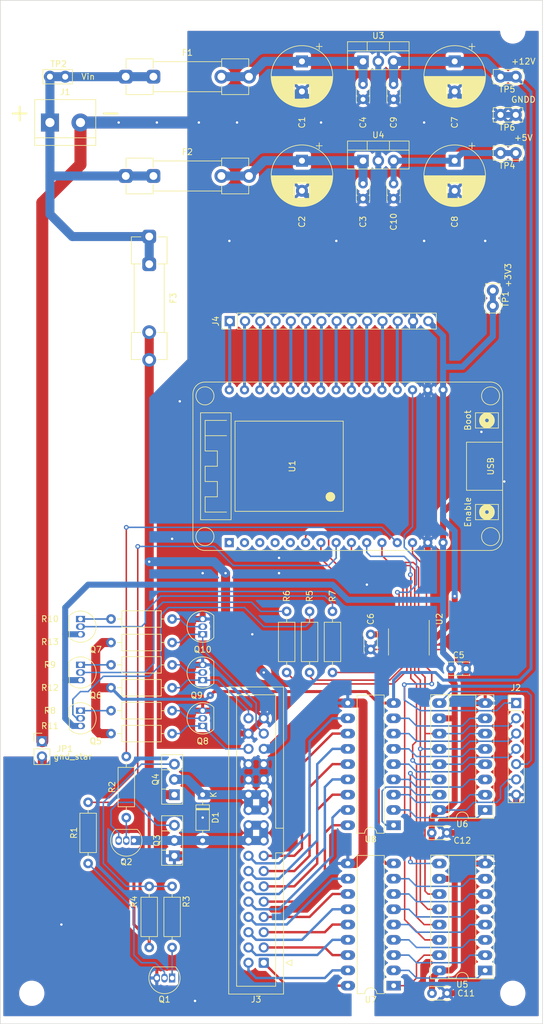
<source format=kicad_pcb>
(kicad_pcb (version 20211014) (generator pcbnew)

  (general
    (thickness 1.6)
  )

  (paper "A4")
  (layers
    (0 "F.Cu" signal)
    (31 "B.Cu" signal)
    (32 "B.Adhes" user "B.Adhesive")
    (33 "F.Adhes" user "F.Adhesive")
    (34 "B.Paste" user)
    (35 "F.Paste" user)
    (36 "B.SilkS" user "B.Silkscreen")
    (37 "F.SilkS" user "F.Silkscreen")
    (38 "B.Mask" user)
    (39 "F.Mask" user)
    (40 "Dwgs.User" user "User.Drawings")
    (41 "Cmts.User" user "User.Comments")
    (42 "Eco1.User" user "User.Eco1")
    (43 "Eco2.User" user "User.Eco2")
    (44 "Edge.Cuts" user)
    (45 "Margin" user)
    (46 "B.CrtYd" user "B.Courtyard")
    (47 "F.CrtYd" user "F.Courtyard")
    (48 "B.Fab" user)
    (49 "F.Fab" user)
    (50 "User.1" user)
    (51 "User.2" user)
    (52 "User.3" user)
    (53 "User.4" user)
    (54 "User.5" user)
    (55 "User.6" user)
    (56 "User.7" user)
    (57 "User.8" user)
    (58 "User.9" user)
  )

  (setup
    (stackup
      (layer "F.SilkS" (type "Top Silk Screen"))
      (layer "F.Paste" (type "Top Solder Paste"))
      (layer "F.Mask" (type "Top Solder Mask") (thickness 0.01))
      (layer "F.Cu" (type "copper") (thickness 0.035))
      (layer "dielectric 1" (type "core") (thickness 1.51) (material "FR4") (epsilon_r 4.5) (loss_tangent 0.02))
      (layer "B.Cu" (type "copper") (thickness 0.035))
      (layer "B.Mask" (type "Bottom Solder Mask") (thickness 0.01))
      (layer "B.Paste" (type "Bottom Solder Paste"))
      (layer "B.SilkS" (type "Bottom Silk Screen"))
      (copper_finish "None")
      (dielectric_constraints no)
    )
    (pad_to_mask_clearance 0)
    (pcbplotparams
      (layerselection 0x00010fc_ffffffff)
      (disableapertmacros false)
      (usegerberextensions true)
      (usegerberattributes false)
      (usegerberadvancedattributes false)
      (creategerberjobfile false)
      (svguseinch false)
      (svgprecision 6)
      (excludeedgelayer true)
      (plotframeref false)
      (viasonmask false)
      (mode 1)
      (useauxorigin false)
      (hpglpennumber 1)
      (hpglpenspeed 20)
      (hpglpendiameter 15.000000)
      (dxfpolygonmode true)
      (dxfimperialunits true)
      (dxfusepcbnewfont true)
      (psnegative false)
      (psa4output false)
      (plotreference true)
      (plotvalue false)
      (plotinvisibletext false)
      (sketchpadsonfab false)
      (subtractmaskfromsilk true)
      (outputformat 1)
      (mirror false)
      (drillshape 0)
      (scaleselection 1)
      (outputdirectory "gerbers")
    )
  )

  (net 0 "")
  (net 1 "Net-(C1-Pad1)")
  (net 2 "GNDD")
  (net 3 "Net-(C2-Pad1)")
  (net 4 "VCC")
  (net 5 "+3V3")
  (net 6 "+12V")
  (net 7 "Vdrive")
  (net 8 "Clear")
  (net 9 "Vin")
  (net 10 "Vflipdot")
  (net 11 "sr_data")
  (net 12 "sr_clk")
  (net 13 "sr_latch")
  (net 14 "sr_oe")
  (net 15 "Net-(J2-Pad5)")
  (net 16 "Y0")
  (net 17 "Y1")
  (net 18 "Y2")
  (net 19 "Y3")
  (net 20 "Y4")
  (net 21 "Y5")
  (net 22 "Y6")
  (net 23 "Y7")
  (net 24 "Y8")
  (net 25 "Y9")
  (net 26 "YA")
  (net 27 "YB")
  (net 28 "YC")
  (net 29 "YD")
  (net 30 "YE")
  (net 31 "YF")
  (net 32 "GNDPWR")
  (net 33 "data")
  (net 34 "reset")
  (net 35 "clock")
  (net 36 "Net-(Q1-Pad1)")
  (net 37 "Net-(Q1-Pad2)")
  (net 38 "Net-(Q2-Pad2)")
  (net 39 "Net-(Q2-Pad3)")
  (net 40 "Net-(Q4-Pad3)")
  (net 41 "Net-(Q5-Pad1)")
  (net 42 "Net-(Q5-Pad2)")
  (net 43 "Net-(Q6-Pad1)")
  (net 44 "Net-(Q6-Pad2)")
  (net 45 "Net-(Q7-Pad1)")
  (net 46 "Net-(Q7-Pad2)")
  (net 47 "Net-(Q8-Pad2)")
  (net 48 "Net-(Q9-Pad2)")
  (net 49 "Net-(Q10-Pad2)")
  (net 50 "sig_drive")
  (net 51 "sig_clear")
  (net 52 "sig_data")
  (net 53 "sig_clock")
  (net 54 "sig_reset")
  (net 55 "unconnected-(U1-Pad1)")
  (net 56 "unconnected-(U1-Pad2)")
  (net 57 "unconnected-(U1-Pad3)")
  (net 58 "unconnected-(U1-Pad4)")
  (net 59 "unconnected-(U1-Pad5)")
  (net 60 "Net-(U1-Pad6)")
  (net 61 "Net-(U1-Pad7)")
  (net 62 "Net-(U1-Pad9)")
  (net 63 "Net-(U1-Pad10)")
  (net 64 "Net-(U1-Pad11)")
  (net 65 "Net-(U1-Pad13)")
  (net 66 "Net-(U1-Pad18)")
  (net 67 "/p19")
  (net 68 "/p20")
  (net 69 "/p21")
  (net 70 "/p22")
  (net 71 "/p23")
  (net 72 "/p24")
  (net 73 "/p25")
  (net 74 "/p26")
  (net 75 "/p27")
  (net 76 "/p28")
  (net 77 "/p29")
  (net 78 "/p30")
  (net 79 "unconnected-(U2-Pad9)")
  (net 80 "unconnected-(U2-Pad12)")
  (net 81 "Net-(U5-Pad1)")
  (net 82 "Net-(U5-Pad2)")
  (net 83 "Net-(U5-Pad3)")
  (net 84 "Net-(U5-Pad4)")
  (net 85 "Net-(U5-Pad5)")
  (net 86 "Net-(U5-Pad6)")
  (net 87 "Net-(U5-Pad7)")
  (net 88 "Net-(U5-Pad9)")
  (net 89 "Net-(U5-Pad15)")
  (net 90 "Net-(U6-Pad1)")
  (net 91 "Net-(U6-Pad2)")
  (net 92 "Net-(U6-Pad3)")
  (net 93 "Net-(U6-Pad4)")
  (net 94 "Net-(U6-Pad5)")
  (net 95 "Net-(U6-Pad6)")
  (net 96 "Net-(U6-Pad7)")
  (net 97 "Net-(U6-Pad15)")

  (footprint "Package_DIP:DIP-18_W7.62mm_LongPads" (layer "F.Cu") (at 90.185 189.23 180))

  (footprint "Capacitor_THT:CP_Radial_D10.0mm_P5.00mm" (layer "F.Cu") (at 74.93 52.07 -90))

  (footprint "Package_TO_SOT_THT:TO-92_Inline" (layer "F.Cu") (at 46.99 165.1 180))

  (footprint "Fuse:Fuseholder_Clip-5x20mm_Littelfuse_100_Inline_P20.50x4.60mm_D1.30mm_Horizontal" (layer "F.Cu") (at 45.63 54.61))

  (footprint "Capacitor_THT:C_Disc_D3.0mm_W2.0mm_P2.50mm" (layer "F.Cu") (at 96.52 163.83))

  (footprint "Package_DIP:DIP-18_W7.62mm_LongPads" (layer "F.Cu") (at 90.17 162.56 180))

  (footprint "Capacitor_THT:C_Disc_D3.0mm_W2.0mm_P2.50mm" (layer "F.Cu") (at 86.36 130.83 -90))

  (footprint "Resistor_THT:R_Axial_DIN0207_L6.3mm_D2.5mm_P10.16mm_Horizontal" (layer "F.Cu") (at 76.2 137.16 90))

  (footprint "Package_TO_SOT_THT:TO-92_Inline" (layer "F.Cu") (at 58.42 130.81 90))

  (footprint "Resistor_THT:R_Axial_DIN0207_L6.3mm_D2.5mm_P10.16mm_Horizontal" (layer "F.Cu") (at 39.37 168.91 90))

  (footprint "MountingHole:MountingHole_3.2mm_M3" (layer "F.Cu") (at 110 30.5))

  (footprint "Capacitor_THT:CP_Radial_D10.0mm_P5.00mm" (layer "F.Cu") (at 74.93 35.56 -90))

  (footprint "Package_TO_SOT_THT:TO-92_Inline" (layer "F.Cu") (at 38.1 143.51 -90))

  (footprint "Resistor_THT:R_Axial_DIN0207_L6.3mm_D2.5mm_P10.16mm_Horizontal" (layer "F.Cu") (at 43.18 128.27))

  (footprint "Resistor_THT:R_Axial_DIN0207_L6.3mm_D2.5mm_P10.16mm_Horizontal" (layer "F.Cu") (at 53.34 172.72 -90))

  (footprint "Resistor_THT:R_Axial_DIN0207_L6.3mm_D2.5mm_P10.16mm_Horizontal" (layer "F.Cu") (at 43.18 139.7))

  (footprint "Resistor_THT:R_Axial_DIN0207_L6.3mm_D2.5mm_P10.16mm_Horizontal" (layer "F.Cu") (at 72.39 137.16 90))

  (footprint "Package_TO_SOT_THT:TO-126-3_Vertical" (layer "F.Cu") (at 53.715 167.64 90))

  (footprint "Resistor_THT:R_Axial_DIN0207_L6.3mm_D2.5mm_P10.16mm_Horizontal" (layer "F.Cu") (at 45.72 161.29 90))

  (footprint "Package_TO_SOT_THT:TO-92_Inline" (layer "F.Cu") (at 38.1 128.27 -90))

  (footprint "TestPoint:TestPoint_Bridge_Pitch2.54mm_Drill1.0mm" (layer "F.Cu") (at 107.95 50.8))

  (footprint "Resistor_THT:R_Axial_DIN0207_L6.3mm_D2.5mm_P10.16mm_Horizontal" (layer "F.Cu") (at 80.01 137.16 90))

  (footprint "Fuse:Fuseholder_Clip-5x20mm_Littelfuse_100_Inline_P20.50x4.60mm_D1.30mm_Horizontal" (layer "F.Cu") (at 49.53 64.68 -90))

  (footprint "Package_SO:TSSOP-20_4.4x6.5mm_P0.65mm" (layer "F.Cu") (at 92.71 132.08 -90))

  (footprint "Package_TO_SOT_THT:TO-92_Inline" (layer "F.Cu") (at 58.42 138.43 90))

  (footprint "Resistor_THT:R_Axial_DIN0207_L6.3mm_D2.5mm_P10.16mm_Horizontal" (layer "F.Cu") (at 43.18 143.51))

  (footprint "TestPoint:TestPoint_Bridge_Pitch2.54mm_Drill1.0mm" (layer "F.Cu") (at 107.95 38.1))

  (footprint "Package_TO_SOT_THT:TO-220-3_Vertical" (layer "F.Cu") (at 85.09 35.56))

  (footprint "Package_TO_SOT_THT:TO-92_Inline" (layer "F.Cu") (at 38.1 135.89 -90))

  (footprint "Resistor_THT:R_Axial_DIN0207_L6.3mm_D2.5mm_P10.16mm_Horizontal" (layer "F.Cu") (at 43.18 135.89))

  (footprint "Package_DIP:DIP-16_W7.62mm_Socket_LongPads" (layer "F.Cu") (at 105.4 186.7 180))

  (footprint "Package_TO_SOT_THT:TO-126-3_Vertical" (layer "F.Cu") (at 53.715 157.48 90))

  (footprint "Diode_THT:D_DO-35_SOD27_P7.62mm_Horizontal" (layer "F.Cu") (at 58.42 157.48 -90))

  (footprint "Resistor_THT:R_Axial_DIN0207_L6.3mm_D2.5mm_P10.16mm_Horizontal" (layer "F.Cu") (at 43.18 147.32))

  (footprint "Connector_IDC:IDC-Header_2x17_P2.54mm_Vertical" (layer "F.Cu")
    (tedit 5EAC9A07) (tstamp 8b62ae23-4838-4e53-a756-584183d130f4)
    (at 68.58 185.42 180)
    (descr "Through hole IDC box header, 2x17, 2.54mm pitch, DIN 41651 / IEC 60603-13, double rows, https://docs.google.com/spreadsheets/d/16SsEcesNF15N3Lb4niX7dcUr-NY5_MFPQhobNuNppn4/edit#gid=0")
    (tags "Through hole vertical IDC box header THT 2x17 2.54mm double row")
    (property "Sheetfile" "driverboardAnnax37623.kicad_sch")
    (property "Sheetname" "")
    (path "/beb64eba-eadc-4f05-81a7-b21abbe62850")
    (attr through_hole)
    (fp_text reference "J3" (at 1.27 -6.1) (layer "F.SilkS")
      (effects (font (size 1 1) (thickness 0.15)))
      (tstamp 689deca3-5466-491c-a9a3-53d98fd87efe)
    )
    (fp_text value "Conn_02x17_Odd_Even" (at 1.27 46.74) (layer "F.Fab")
      (effects (font (size 1 1) (thickness 0.15)))
      (tstamp 4941fc45-0972-4759-a2f9-60ca23500b3f)
    )
    (fp_text user "${REFERENCE}" (at 1.27 20.32 90) (layer "F.Fab")
      (effects (font (size 1 1) (thickness 0.15)))
      (tstamp e86b1c88-4780-40a8-9538-323b461addda)
    )
    (fp_line (start -1.98 22.37) (end -3.29 22.37) (layer "F.SilkS") (width 0.12) (tstamp 09b4e644-8cf4-4826-bd49-6eb1b6f696cc))
    (fp_line (start 5.83 45.85) (end -3.29 45.85) (layer "F.SilkS") (width 0.12) (tstamp 0b8a2ba5-bb99-4353-bacd-83620020f8df))
    (fp_line (start -3.29 -5.21) (end 5.83 -5.21) (layer "F.SilkS") (width 0.12) (tstamp 2752da1b-1da7-486d-9bcf-2b7325d23ac8))
    (fp_line (start -3.29 18.27) (end -1.98 18.27) (layer "F.SilkS") (width 0.12) (tstamp 2e817a7c-1714-441b-bd67-de5b2e9c3854))
    (fp_line (start -4.68 0.5) (end -3.68 0) (layer "F.SilkS") (width 0.12) (tstamp 3b6da6f8-981a-4c24-a56c-c7a280ad9615))
    (fp_line (start 4.52 44.55) (end -1.98 44.55) (layer "F.SilkS") (width 0.12) (tstamp 4faf6ac5-946b-4236-8988-af71b0d1eb98))
    (fp_line (start -3.29 45.85) (end -3.29 -5.21) (layer "F.SilkS") (width 0.12) (tstamp 54ea9454-4752-410d-af9f-f754ce1b28f0))
    (fp_line (start -3.68 0) (end -4.68 -0.5) (layer "F.SilkS") (width 0.12) (tstamp 9cae035c-0533-4720-816a-57923c00a526))
    (fp_line (start 4.52 -3.91) (end 4.52 44.55) (layer "F.SilkS") (width 0.12) (tstamp a6765332-443a-43f0-8a38-47964de6d3bf))
    (fp_line (start -1.98 -3.91) (end 4.52 -3.91) (layer "F.SilkS") (width 0.12) (tstamp a921a24f-8b7b-4f6a-b984-7bd16658cca5))
    (fp_line (start -4.68 -0.5) (end -4.68 0.5) (layer "F.SilkS") (width 0.12) (tstamp c2d9448e-6a29-46c8-8bac-3b84486c410d))
    (fp_line (start -1.98 22.37) (end -1.98 22.37) (layer "F.SilkS") (width 0.12) (tstamp c907d2d2-68fb-4370-87bb-6d10145c281e))
    (fp_line (start -1.98 18.27) (end -1.98 -3.91) (layer "F.SilkS") (width 0.12) (tstamp ce721a5e-1667-4724-aba5-9930f72e03d7))
    (fp_line (start 5.83 -5.21) (end 5.83 45.85) (layer "F.SilkS") (width 0.12) (tstamp dbc3feba-6f30-46c8-9e03-1ad5a95caa50))
    (fp_line (start -1.98 44.55) (end -1.98 22.37) (layer "F.SilkS") (width 0.12) (tstamp ea26dbfb-31b0-439e-92d1-d9ef9fb63398))
    (fp_line (start 6.22 46.24) (end 6.22 -5.6) (layer "F.CrtYd") (width 0.05) (tstamp 884f13d5-e452-4b1e-b559-c26661d129ab))
    (fp_line (start -3.68 46.24) (end 6.22 46.24) (layer "F.CrtYd") (width 0.05) (tstamp a239f5c7-5216-4d11-803a-6b81e195d273))
    (fp_line (start 6.22 -5.6) (end -3.68 -5.6) (layer "F.CrtYd") (width 0.05) (tstamp e8b52bd1-54fe-4aa8-af3c-726e37f16122))
    (fp_line (start -3.68 -5.6) (end -3.68 46.24) (layer "F.CrtYd") (width 0.05) (tstamp fc2c7c44-3198-4a77-9409-7922e249fa44))
    (fp_line (start -3.18 45.74) (end -3.18 -4.1) (layer "F.Fab") (width 0.1) (tstamp 28cceb28-e0ad-41d8-9bd6-a10c652296e3))
    (fp_line (start -1.98 -3.91) (end 4.52 -3.91) (layer "F.Fab") (width 0.1) (tstamp 35d4b408-dc22-4a92-b526-9a9db4eb1894))
    (fp_line (start 4.52 44.55) (end -1.98 44.55) (layer "F.Fab") (width 0.1) (tstamp 3f652f68-88ad-4fca-a4bb-4d983a6d6fd0))
    (fp_line (start -1.98 18.27) (end -1.98 -3.91) (layer "F.Fab") (width 0.1) (tstamp 50f2c929-6656-4132-bac5-8eef13471ce1))
    (fp_line (start 5.72 -5.1) (end 5.72 45.74) (layer "F.Fab") (width 0.1) (tstamp 5f9edd96-4e90-4234-97e5-c49fde07029c))
    (fp_line (start -1.98 22.37) (end -1.98 22.37) (layer "F.Fab") (width 0.1) (tstamp 62e9e221-baa3-4d3d-ba8f-3eccd009b996))
    (fp_line (start -3.18 -4.1) (end -2.18 -5.1) (layer "F.Fab") (width 0.1) (tstamp 71362ec6-72a2-4443-9909-0684ec24a695))
    (fp_line (start -1.98 22.37) (end -3.18 22.37) (layer "F.Fab") (width 0.1) (tstamp 8b7e0e87-7961-4145-b1d6-f025d7a217ed))
    (fp_line (start 5.72 45.74) (end -3.18 45.74) (layer "F.Fab") (width 0.1) (tstamp a3bb280e-5ac0-4c90-903f-61554aa782f5))
    (fp_line (start -2.18 -5.1) (end 5.72 -5.1) (layer "F.Fab") (width 0.1) (tstamp a58dc926-f232-4008-ab50-60eb88ac28f6))
    (fp_line (start 4.52 -3.91) (end 4.52 44.55) (layer "F.Fab") (width 0.1) (tstamp cce102d5-825e-4fdb-9651-255ec30bee17))
    (fp_line (start -1.98 44.55) (end -1.98 22.37) (layer "F.Fab") (width 0.1) (tstamp f18fd787-7fa7-4f43-b82e-3eb4665440eb))
    (fp_line (start -3.18 18.27) (end -1.98 18.27) (layer "F.Fab") (width 0.1) (tstamp fca77d92-b34a-4ded-b6d8-fda953a75497))
    (pad "1" thru_hole roundrect (at 0 0 180) (size 1.7 1.7) (drill 1) (layers *.Cu *.Mask) (roundrect_rratio 0.1470588235)
      (net 16 "Y0") (pinfunction "Pin_1") (pintype "passive") (tstamp 60cf0d44-f5f4-45ba-90bc-0562ace737ea))
    (pad "2" thru_hole circle (at 2.54 0 180) (size 1.7 1.7) (drill 1) (layers *.Cu *.Mask)
      (net 17 "Y1") (pinfunction "Pin_2") (pintype "passive") (tstamp cf133f88-09af-4e0e-aa5c-9650b455c371))
    (pad "3" thru_hole circle (at 0 2.54 180) (size 1.7 1.7) (drill 1) (layers *.Cu *.Mask)
      (net 18 "Y2") (pinfunction "Pin_3") (pintype "passive") (tstamp 0a284cff-5f39-491c-9c7b-472f383e3374))
    (pad "4" thru_hole circle (at 2.54 2.54 180) (size 1.7 1.7) (drill 1) (layers *.Cu *.Mask)
      (net 19 "Y3") (pinfunction "Pin_4") (pintype "passive") (tstamp 2c13039f-5d9b-4048-bc24-31f7e38191fe))
    (pad "5" thru_hole circle (at 0 5.08 180) (size 1.7 1.7) (drill 1) (layers *.Cu *.Mask)
      (net 20 "Y4") (pinfunction "Pin_5") (pintype "passive") (tstamp 2c5816a0-c32b-41e5-bba4-4f5e1e6feba4))
    (pad "6" thru_hole circle (at 2.54 5.08 180) (size 1.7 1.7) (drill 1) (layers *.Cu *.Mask)
      (net 21 "Y5") (pinfunction "Pin_6") (pintype "passive") (tstamp c1bd8d54-7dd2-4d04-918d-a074a85a8c0f))
    (pad "7" thru_hole circle (at 0 7.62 180) (size 1.7 1.7) (drill 1) (layers *.Cu *.Mask)
      (net 22 "Y6") (pinfunction "Pin_7") (pintype "passive") (tstamp 5dd67e29-d11b-43db-923f-a7d36b90d38e))
    (pad "8" thru_hole circle (at 2.54 7.62 180) (size 1.7 1.7) (drill 1) (layers *.Cu *.Mask)
      (net 23 "Y7") (pinfunction "Pin_8") (pintype "passive") (tstamp 83327f22-6eb7-4f31-b9e4-1fb28fbb1d92))
    (pad "9" thru_hole circle (at 0 10.16 180) (size 1.7 1.7) (drill 1) (layers *.Cu *.Mask)
      (net 24 "Y8") (pinfunction "Pin_9") (pintype "passive") (tstamp e1825a01-aadc-488f-aa57-15f0a72ef1a2))
    (pad "10" thru_hole circle (at 2.54 10.16 180) (size 1.7 1.7) (drill 1) (layers *.Cu *.Mask)
      (net 25 "Y9") (pinfunction "Pin_10") (pintype "passive") (tstamp 209aa7d2-c7c4-49eb-8bcf-a8387db04da4))
    (pad "11" thru_hole circle (at 0 12.7 180) (size 1.7 1.7) (drill 1) (layers *.Cu *.Mask)
      (net 26 "YA") (pinfunction "Pin_11") (pintype "passive") (tstamp 280f7e6f-a772-41c5-9ceb-829cf26bbfca))
    (pad "12" thru_hole circle (at 2.54 12.7 180) (size 1.7 1.7) (drill 1) (layers *.Cu *.Mask)
      (net 27 "YB") (pinfunction "Pin_12") (pintype "passive") (tstamp 1d5ae89a-f2f3-4d3b-94ac-6bd03e8c11f8))
    (pad "13" thru_hole circle (at 0 15.24 180) (size 1.7 1.7) (drill 1) (layers *.Cu *.Mask)
      (net 28 "YC") (pinfunction "Pin_13") (pintype "passive") (tstamp 3b2b9fd3-6da3-44e6-b11b-b1eed64f2bba))
    (pad "14" thru_hole circle (at 2.54 15.24 180) (size 1.7 1.7) (drill 1) (layers *.Cu *.Mask)
      (net 29 "YD") (pinfunction "Pin_14") (pintype "passive") (tstamp 9fc0dd68-5e01-448b-ba4f-3567d90907e2))
    (pad "15" thru_hole circle (at 0 17.78 180) (size 1.7 1.7) (drill 1) (layers *.Cu *.Mask)
      (net 30 "YE") (pinfunction "Pin_15") (pintype "passive") (tstamp f3530a49-4d64-4e5f-bff3-9dd756bec156))
    (pad "16" thru_hole circle (at 2.54 17.78 180) (size 1.7 1.7) (drill 1) (layers *.Cu *.Mask)
      (net 31 "YF") (pinfunction "Pin_16") (pintype "passive") (tstamp 005ad5e8-e53e-41e6-a9b3-eb11abdd515c))
    (pad "17" thru_hole circle (at 0 20.32 180) (size 1.7 1.7) (drill 1) (layers *.Cu *.Mask)
      (net 8 "Clear") (pinfunction "Pin_17") (pintype "passive") (tstamp 0b66cb1e-e88b-4f24-8380-b2ee2cd82331))
    (pad "18" thru_hole circle (at 2.54 20.32 180) (size 1.7 1.7) (drill 1) (layers *.Cu *.Mask)
      (net 8 "Clear") (pinfunction "Pin_18") (pintype "passive") (tstamp 3292bbd1-9c3c-4d5b-8918-4ea37992f8ce))
    (pad "19" thru_hole circle (at 0 22.86 180) (size 1.7 1.7) (drill 1) (layers *.Cu *.Mask)
      (net 8 "Clear") (pinfunction "Pin_19") (pintype "passive") (tstamp e10d87f3-c607-4e75-af23-033c8dcaffb9))
    (pad "20" thru_hole circle (at 2.54 22.86 180) (size 1.7 1.7) (drill 1) (layers *.Cu *.Mask)
      (net 8 "Clear") (pinfunction "Pin_20") (pintype "passive") (tstamp 1685cf40-a85a-4b0f-8e48-9b61b8805742))
    (pad "21" thru_hole circle (at 0 25.4 180) (size 1.7 1.7) (drill 1) (layers *.Cu *.Mask)
      (net 7 "Vdrive") (pinfunction "Pin_21") (pintype "passive") (tstamp 6d2fb650-1407-47ff-b32e-f3718d69c9d4))
    (pad "22" thru_hole circle (at 2.54 25.4 180) (size 1.7 1.7) (drill 1) (layers *.Cu *.Mask)
      (net 7 "Vdrive") (pinfunction "Pin_22") (pintype "passive") (tstamp fd95f9f1-355c-4664-8b3f-8ceb37e5365b))
    (pad "23" thru_hole circle (at 0 27.94 180) (size 1.7 1.7) (drill 1) (layers *.Cu *.Mask)
      (net 7 "Vdrive") (pinfunction "Pin_23") (pintype "passive") (tstamp 2a166515-214a-416e-8026-f00fb054ee4a))
    (pad "24" thru_hole circle (at 2.54 27.94 180) (size 1.7 1.7) (drill 1) (layers *.Cu *.Mask)
      (net 7 "Vdrive") (pinfunction "Pin_24") (pintype "passive") (tstamp c9ec3ee6-edc6-4d7f-8e50-32e3f116f410))
    (pad "25" thru_hole circle (at 0 30.48 180) (size 1.7 1.7) (drill 1) (layers *.Cu *.Mask)
      (net 32 "GNDPWR") (pinfunction "Pin_25") (pintype "passive") (tstamp 12699505-1c8c-4e01-b98f-c083e94a3686))
    (pad "26" thru_hole circle (at 2.54 30.48 180) (size 1.7 1.7) (drill 1) (layers *.Cu *.Mask)
      (net 32 "GNDPWR") (pinfunction "Pin_26") (pintype "passive") (tstamp 5418160b-b1dd-4f16-9b17-b1c6e7a9dab3))
    (pad "27" thru_hole circle (at 0 33.02 180) (size 1.7 1.7) (drill 1) (layers *.Cu *.Mask)
      (net 32 "GNDPWR") (pinfunction "Pin_27") (pintype "passive") (tstamp 6643960a-716f-4513-b5f5-83acb84cb3cd))
    (pad "28" thru_hole circle (at 2.54 33.02 180) (size 1.7 1.7) (drill 1) (layers *.Cu *.Mask)
      (net 32 "GNDPWR") (pinfunction "Pin_28") (pintype "passive") (tstamp d22a747a-a3f2-49bd-9629-f862320aeb8b))
    (pad "29" thru_hole circle (at 0 35.56 180) (size 1.7 1.7) (drill 1) (layers *.Cu *.Mask)
      (net 10 "Vflipdot") (pinfunction "Pin_29") (pintype "passive") (tstamp 085d3451-7f57-45dc-a406-086160865d51))
    (pad "30" thru_hole circle (at 2.54 35.56 180) (size 1.7 1.7) (drill 1) (layers *.Cu *.Mask)
      (net 33 "data") (pinfunction "Pin_30") (pintype "passive") (tstamp 42f8fa1d-940b-443d-9a39-6d7a6f24ec50))
    (pad "31" thru_hole circle (at 0 38.1 180) (size 1.7 1.7) (drill 1) (layers *.Cu *.Mask)
      (net 34 "reset") (pinf
... [1295754 chars truncated]
</source>
